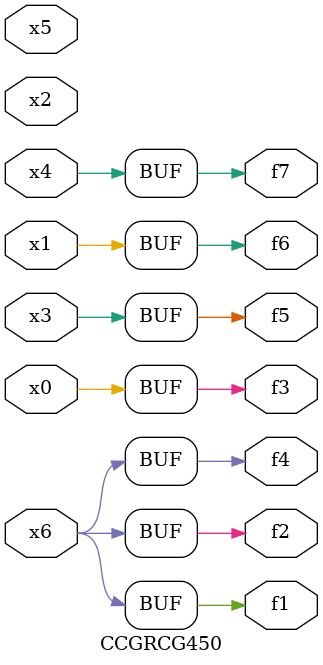
<source format=v>
module CCGRCG450(
	input x0, x1, x2, x3, x4, x5, x6,
	output f1, f2, f3, f4, f5, f6, f7
);
	assign f1 = x6;
	assign f2 = x6;
	assign f3 = x0;
	assign f4 = x6;
	assign f5 = x3;
	assign f6 = x1;
	assign f7 = x4;
endmodule

</source>
